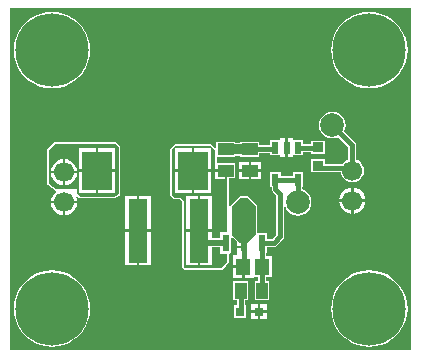
<source format=gtl>
G04*
G04 #@! TF.GenerationSoftware,Altium Limited,Altium Designer,18.1.11 (251)*
G04*
G04 Layer_Physical_Order=1*
G04 Layer_Color=255*
%FSLAX25Y25*%
%MOIN*%
G70*
G01*
G75*
%ADD14R,0.03150X0.03150*%
%ADD15C,0.07874*%
%ADD16R,0.03937X0.05315*%
%ADD17R,0.05118X0.05709*%
%ADD18R,0.02362X0.05512*%
%ADD19R,0.02362X0.02756*%
%ADD20R,0.02362X0.04134*%
%ADD21R,0.10197X0.12756*%
%ADD22R,0.03543X0.03347*%
%ADD23R,0.06496X0.21260*%
%ADD24R,0.05315X0.03937*%
%ADD38C,0.01600*%
%ADD39C,0.02000*%
%ADD40C,0.03200*%
%ADD41C,0.24410*%
%ADD42C,0.06693*%
%ADD43C,0.02953*%
G36*
X135756Y2039D02*
X2039D01*
Y116071D01*
X135756D01*
Y2039D01*
D02*
G37*
%LPC*%
G36*
X121795Y114854D02*
X119802Y114697D01*
X117857Y114231D01*
X116010Y113465D01*
X114304Y112420D01*
X112784Y111122D01*
X111485Y109601D01*
X110440Y107896D01*
X109675Y106048D01*
X109208Y104104D01*
X109051Y102110D01*
X109208Y100117D01*
X109675Y98172D01*
X110440Y96325D01*
X111485Y94620D01*
X112784Y93099D01*
X114304Y91800D01*
X116010Y90755D01*
X117857Y89990D01*
X119802Y89523D01*
X121795Y89366D01*
X123789Y89523D01*
X125733Y89990D01*
X127581Y90755D01*
X129286Y91800D01*
X130807Y93099D01*
X132105Y94620D01*
X133150Y96325D01*
X133916Y98172D01*
X134382Y100117D01*
X134539Y102110D01*
X134382Y104104D01*
X133916Y106048D01*
X133150Y107896D01*
X132105Y109601D01*
X130807Y111122D01*
X129286Y112420D01*
X127581Y113465D01*
X125733Y114231D01*
X123789Y114697D01*
X121795Y114854D01*
D02*
G37*
G36*
X16000D02*
X14006Y114697D01*
X12062Y114231D01*
X10214Y113465D01*
X8509Y112420D01*
X6989Y111122D01*
X5690Y109601D01*
X4645Y107896D01*
X3880Y106048D01*
X3413Y104104D01*
X3256Y102110D01*
X3413Y100117D01*
X3880Y98172D01*
X4645Y96325D01*
X5690Y94620D01*
X6989Y93099D01*
X8509Y91800D01*
X10214Y90755D01*
X12062Y89990D01*
X14006Y89523D01*
X16000Y89366D01*
X17994Y89523D01*
X19938Y89990D01*
X21786Y90755D01*
X23491Y91800D01*
X25011Y93099D01*
X26310Y94620D01*
X27355Y96325D01*
X28120Y98172D01*
X28587Y100117D01*
X28744Y102110D01*
X28587Y104104D01*
X28120Y106048D01*
X27355Y107896D01*
X26310Y109601D01*
X25011Y111122D01*
X23491Y112420D01*
X21786Y113465D01*
X19938Y114231D01*
X17994Y114697D01*
X16000Y114854D01*
D02*
G37*
G36*
X93860Y72697D02*
X92079D01*
Y72197D01*
X88839D01*
Y70412D01*
X85158D01*
Y71555D01*
X78843D01*
Y71228D01*
X77157D01*
Y71555D01*
X70842D01*
Y69864D01*
X70342Y69657D01*
X69383Y70617D01*
X69383Y70617D01*
X69000Y70776D01*
X69000Y70776D01*
X57000D01*
X56617Y70617D01*
X56617Y70617D01*
X55617Y69617D01*
X55459Y69235D01*
X55459Y69235D01*
Y54000D01*
X55617Y53617D01*
X55617Y53617D01*
X56617Y52617D01*
X57000Y52459D01*
X57000Y52459D01*
X58776D01*
X59459Y51776D01*
Y30350D01*
X59459Y29754D01*
X59617Y29371D01*
X59617Y29371D01*
X59971Y29017D01*
X59971Y29017D01*
X60353Y28859D01*
X60354Y28859D01*
X72764D01*
X72805Y28876D01*
X72848Y28865D01*
X72991Y28953D01*
X73146Y29017D01*
X73163Y29058D01*
X73201Y29082D01*
X74838Y31332D01*
X74877Y31495D01*
X74941Y31650D01*
Y34142D01*
X75275Y34642D01*
X75776D01*
Y39522D01*
X76237Y39714D01*
X77819Y38132D01*
Y36920D01*
X80000D01*
Y36120D01*
X77819D01*
Y34142D01*
X77438Y33854D01*
X76291D01*
Y30400D01*
X79850D01*
Y30000D01*
X80250D01*
Y26146D01*
X83409D01*
Y26646D01*
X84675D01*
Y25157D01*
X83531D01*
Y18843D01*
X88468D01*
Y25157D01*
X87326D01*
Y26646D01*
X89209D01*
Y33354D01*
X87231D01*
Y34642D01*
X87587D01*
Y36572D01*
X89898D01*
X90405Y36673D01*
X90835Y36960D01*
X92987Y39113D01*
X93275Y39543D01*
X93375Y40050D01*
Y49744D01*
X93875Y49843D01*
X94124Y49243D01*
X94836Y48316D01*
X95762Y47605D01*
X96842Y47157D01*
X98000Y47005D01*
X99158Y47157D01*
X100238Y47605D01*
X101164Y48316D01*
X101876Y49243D01*
X102323Y50322D01*
X102475Y51480D01*
X102323Y52639D01*
X101876Y53718D01*
X101164Y54645D01*
X100238Y55356D01*
X99326Y55734D01*
Y56433D01*
X99681D01*
Y61567D01*
X96319D01*
Y60325D01*
X92201D01*
Y61567D01*
X88839D01*
Y56433D01*
X89194D01*
Y55870D01*
X89295Y55362D01*
X89582Y54932D01*
X90724Y53790D01*
Y40599D01*
X89349Y39223D01*
X87587D01*
Y41153D01*
X84478D01*
Y50102D01*
X84478Y50102D01*
X84320Y50485D01*
X84320Y50485D01*
X81564Y53241D01*
X81181Y53399D01*
X81181Y53399D01*
X78819D01*
X78819Y53399D01*
X78436Y53241D01*
X78436Y53241D01*
X75680Y50485D01*
X75522Y50102D01*
X75522Y50102D01*
Y41685D01*
X75441Y41660D01*
X74941Y42031D01*
Y58632D01*
Y59531D01*
X77157D01*
Y64468D01*
X70884D01*
Y64950D01*
X70891Y64969D01*
Y66618D01*
X77157D01*
Y66945D01*
X78843D01*
Y66618D01*
X85158D01*
Y67761D01*
X88839D01*
Y67063D01*
X92079D01*
Y66563D01*
X93860D01*
Y69630D01*
Y72697D01*
D02*
G37*
G36*
X96441D02*
X94660D01*
Y69630D01*
Y66563D01*
X96441D01*
Y67063D01*
X99681D01*
Y68342D01*
X102453D01*
Y67532D01*
X106996D01*
Y71879D01*
X102453D01*
Y70993D01*
X99681D01*
Y72197D01*
X96441D01*
Y72697D01*
D02*
G37*
G36*
X109449Y81641D02*
X108291Y81488D01*
X107211Y81041D01*
X106284Y80330D01*
X105573Y79403D01*
X105126Y78324D01*
X104973Y77165D01*
X105126Y76007D01*
X105573Y74928D01*
X106284Y74001D01*
X107211Y73290D01*
X108291Y72843D01*
X109449Y72690D01*
X110607Y72843D01*
X111519Y73220D01*
X114816Y69923D01*
Y65614D01*
X114202Y65360D01*
X113398Y64743D01*
X112926Y64127D01*
X106996D01*
Y65776D01*
X102453D01*
Y61430D01*
X106996D01*
Y61476D01*
X112331D01*
X112394Y60996D01*
X112782Y60060D01*
X113398Y59257D01*
X114202Y58640D01*
X115138Y58253D01*
X116142Y58120D01*
X117146Y58253D01*
X118081Y58640D01*
X118885Y59257D01*
X119502Y60060D01*
X119889Y60996D01*
X120021Y62000D01*
X119889Y63004D01*
X119502Y63940D01*
X118885Y64743D01*
X118081Y65360D01*
X117467Y65614D01*
Y70472D01*
X117366Y70980D01*
X117079Y71410D01*
X113394Y75095D01*
X113772Y76007D01*
X113924Y77165D01*
X113772Y78324D01*
X113324Y79403D01*
X112613Y80330D01*
X111687Y81041D01*
X110607Y81488D01*
X109449Y81641D01*
D02*
G37*
G36*
X85658Y64969D02*
X82400D01*
Y62400D01*
X85658D01*
Y64969D01*
D02*
G37*
G36*
X81600D02*
X78342D01*
Y62400D01*
X81600D01*
Y64969D01*
D02*
G37*
G36*
X85658Y61600D02*
X82400D01*
Y59031D01*
X85658D01*
Y61600D01*
D02*
G37*
G36*
X81600D02*
X78342D01*
Y59031D01*
X81600D01*
Y61600D01*
D02*
G37*
G36*
X17000Y71541D02*
X16617Y71383D01*
Y71383D01*
X14617Y69383D01*
X14459Y69000D01*
X14459Y69000D01*
Y57480D01*
X14479Y57431D01*
X14469Y57378D01*
X14556Y57245D01*
X14617Y57098D01*
X14667Y57077D01*
X14696Y57032D01*
X17019Y55458D01*
X17169Y55427D01*
X17177Y55423D01*
X17289Y55015D01*
X17280Y54872D01*
X16900Y54580D01*
X16203Y53672D01*
X15765Y52615D01*
X15669Y51880D01*
X20000D01*
X24331D01*
X24235Y52615D01*
X23964Y53269D01*
X24403Y53516D01*
X24760Y53027D01*
X24797Y53004D01*
X24814Y52964D01*
X24970Y52899D01*
X25114Y52812D01*
X25156Y52822D01*
X25197Y52805D01*
X36732D01*
X36851Y52855D01*
X36979Y52865D01*
X38515Y53652D01*
X38571Y53718D01*
X38650Y53751D01*
X38700Y53870D01*
X38783Y53968D01*
X38776Y54054D01*
X38809Y54134D01*
Y69903D01*
X38801Y69922D01*
X38807Y69942D01*
X38723Y70111D01*
X38650Y70285D01*
X38631Y70293D01*
X38622Y70312D01*
X37354Y71409D01*
X37175Y71469D01*
X37000Y71541D01*
X17000D01*
X17000Y71541D01*
D02*
G37*
G36*
X116542Y56331D02*
Y52400D01*
X120473D01*
X120376Y53135D01*
X119938Y54192D01*
X119242Y55100D01*
X118334Y55797D01*
X117276Y56235D01*
X116542Y56331D01*
D02*
G37*
G36*
X115742D02*
X115007Y56235D01*
X113950Y55797D01*
X113042Y55100D01*
X112345Y54192D01*
X111907Y53135D01*
X111810Y52400D01*
X115742D01*
Y56331D01*
D02*
G37*
G36*
Y51600D02*
X111810D01*
X111907Y50865D01*
X112345Y49808D01*
X113042Y48900D01*
X113950Y48203D01*
X115007Y47765D01*
X115742Y47669D01*
Y51600D01*
D02*
G37*
G36*
X120473D02*
X116542D01*
Y47669D01*
X117276Y47765D01*
X118334Y48203D01*
X119242Y48900D01*
X119938Y49808D01*
X120376Y50865D01*
X120473Y51600D01*
D02*
G37*
G36*
X24331Y51080D02*
X20400D01*
Y47149D01*
X21135Y47246D01*
X22192Y47684D01*
X23100Y48380D01*
X23797Y49288D01*
X24235Y50346D01*
X24331Y51080D01*
D02*
G37*
G36*
X19600D02*
X15669D01*
X15765Y50346D01*
X16203Y49288D01*
X16900Y48380D01*
X17808Y47684D01*
X18865Y47246D01*
X19600Y47149D01*
Y51080D01*
D02*
G37*
G36*
X48972Y53630D02*
X45124D01*
Y42400D01*
X48972D01*
Y53630D01*
D02*
G37*
G36*
X44324D02*
X40476D01*
Y42400D01*
X44324D01*
Y53630D01*
D02*
G37*
G36*
X48972Y41600D02*
X45124D01*
Y30370D01*
X48972D01*
Y41600D01*
D02*
G37*
G36*
X44324D02*
X40476D01*
Y30370D01*
X44324D01*
Y41600D01*
D02*
G37*
G36*
X79450Y29600D02*
X76291D01*
Y26146D01*
X79450D01*
Y29600D01*
D02*
G37*
G36*
X87575Y17575D02*
X85400D01*
Y15400D01*
X87575D01*
Y17575D01*
D02*
G37*
G36*
X84600D02*
X82425D01*
Y15400D01*
X84600D01*
Y17575D01*
D02*
G37*
G36*
X81382Y25157D02*
X76445D01*
Y18843D01*
X77588D01*
Y17075D01*
X76626D01*
Y12925D01*
X80776D01*
Y17075D01*
X80239D01*
Y18843D01*
X81382D01*
Y25157D01*
D02*
G37*
G36*
X87575Y14600D02*
X85400D01*
Y12425D01*
X87575D01*
Y14600D01*
D02*
G37*
G36*
X84600D02*
X82425D01*
Y12425D01*
X84600D01*
Y14600D01*
D02*
G37*
G36*
X121795Y28744D02*
X119802Y28587D01*
X117857Y28120D01*
X116010Y27355D01*
X114304Y26310D01*
X112784Y25011D01*
X111485Y23491D01*
X110440Y21786D01*
X109675Y19938D01*
X109208Y17994D01*
X109051Y16000D01*
X109208Y14006D01*
X109675Y12062D01*
X110440Y10214D01*
X111485Y8509D01*
X112784Y6989D01*
X114304Y5690D01*
X116010Y4645D01*
X117857Y3880D01*
X119802Y3413D01*
X121795Y3256D01*
X123789Y3413D01*
X125733Y3880D01*
X127581Y4645D01*
X129286Y5690D01*
X130807Y6989D01*
X132105Y8509D01*
X133150Y10214D01*
X133916Y12062D01*
X134382Y14006D01*
X134539Y16000D01*
X134382Y17994D01*
X133916Y19938D01*
X133150Y21786D01*
X132105Y23491D01*
X130807Y25011D01*
X129286Y26310D01*
X127581Y27355D01*
X125733Y28120D01*
X123789Y28587D01*
X121795Y28744D01*
D02*
G37*
G36*
X16000D02*
X14006Y28587D01*
X12062Y28120D01*
X10214Y27355D01*
X8509Y26310D01*
X6989Y25011D01*
X5690Y23491D01*
X4645Y21786D01*
X3880Y19938D01*
X3413Y17994D01*
X3256Y16000D01*
X3413Y14006D01*
X3880Y12062D01*
X4645Y10214D01*
X5690Y8509D01*
X6989Y6989D01*
X8509Y5690D01*
X10214Y4645D01*
X12062Y3880D01*
X14006Y3413D01*
X16000Y3256D01*
X17994Y3413D01*
X19938Y3880D01*
X21786Y4645D01*
X23491Y5690D01*
X25011Y6989D01*
X26310Y8509D01*
X27355Y10214D01*
X28120Y12062D01*
X28587Y14006D01*
X28744Y16000D01*
X28587Y17994D01*
X28120Y19938D01*
X27355Y21786D01*
X26310Y23491D01*
X25011Y25011D01*
X23491Y26310D01*
X21786Y27355D01*
X19938Y28120D01*
X17994Y28587D01*
X16000Y28744D01*
D02*
G37*
%LPD*%
G36*
X70350Y68885D02*
Y64969D01*
X70342D01*
Y62400D01*
X74000D01*
Y62000D01*
X74400D01*
Y58632D01*
Y41653D01*
X71913D01*
Y39427D01*
X69248D01*
Y41600D01*
X65400D01*
Y30370D01*
X69248D01*
Y36368D01*
X71913D01*
Y34142D01*
X74400D01*
Y31650D01*
X72764Y29400D01*
X60353D01*
X60000Y29754D01*
X60000Y30350D01*
Y52000D01*
X59000Y53000D01*
X57000D01*
X56000Y54000D01*
Y69235D01*
X57000Y70235D01*
X69000D01*
X70350Y68885D01*
D02*
G37*
G36*
X83937Y50102D02*
Y40653D01*
X81181Y37898D01*
X78819D01*
X76063Y40653D01*
Y50102D01*
X78819Y52858D01*
X81181D01*
X83937Y50102D01*
D02*
G37*
%LPC*%
G36*
X69083Y69378D02*
X63384D01*
Y62400D01*
X69083D01*
Y69378D01*
D02*
G37*
G36*
X62584D02*
X56886D01*
Y62400D01*
X62584D01*
Y69378D01*
D02*
G37*
G36*
X73600Y61600D02*
X70342D01*
Y59031D01*
X73600D01*
Y61600D01*
D02*
G37*
G36*
X69083D02*
X63384D01*
Y54622D01*
X69083D01*
Y61600D01*
D02*
G37*
G36*
X62584D02*
X56886D01*
Y54622D01*
X62584D01*
Y61600D01*
D02*
G37*
G36*
X69248Y53630D02*
X65400D01*
Y42400D01*
X69248D01*
Y53630D01*
D02*
G37*
G36*
X64600D02*
X60752D01*
Y42400D01*
X64600D01*
Y53630D01*
D02*
G37*
G36*
Y41600D02*
X60752D01*
Y30370D01*
X64600D01*
Y41600D01*
D02*
G37*
%LPD*%
G36*
X38268Y69903D02*
Y54134D01*
X36732Y53347D01*
X25197D01*
X24235Y54663D01*
Y55870D01*
X18779D01*
X17323Y55905D01*
X15000Y57480D01*
Y69000D01*
X17000Y71000D01*
X37000D01*
X38268Y69903D01*
D02*
G37*
%LPC*%
G36*
X37114Y69378D02*
X31416D01*
Y62400D01*
X37114D01*
Y69378D01*
D02*
G37*
G36*
X30616D02*
X24917D01*
Y62400D01*
X30616D01*
Y69378D01*
D02*
G37*
G36*
X20400Y65812D02*
Y61880D01*
X24331D01*
X24235Y62615D01*
X23797Y63672D01*
X23100Y64580D01*
X22192Y65277D01*
X21135Y65715D01*
X20400Y65812D01*
D02*
G37*
G36*
X19600D02*
X18865Y65715D01*
X17808Y65277D01*
X16900Y64580D01*
X16203Y63672D01*
X15765Y62615D01*
X15669Y61880D01*
X19600D01*
Y65812D01*
D02*
G37*
G36*
X24331Y61080D02*
X20400D01*
Y57149D01*
X21135Y57246D01*
X22192Y57684D01*
X23100Y58380D01*
X23797Y59288D01*
X24235Y60346D01*
X24331Y61080D01*
D02*
G37*
G36*
X19600D02*
X15669D01*
X15765Y60346D01*
X16203Y59288D01*
X16900Y58380D01*
X17808Y57684D01*
X18865Y57246D01*
X19600Y57149D01*
Y61080D01*
D02*
G37*
G36*
X37114Y61600D02*
X31416D01*
Y54622D01*
X37114D01*
Y61600D01*
D02*
G37*
G36*
X30616D02*
X24917D01*
Y54622D01*
X30616D01*
Y61600D01*
D02*
G37*
%LPD*%
D14*
X78701Y15000D02*
D03*
X85000D02*
D03*
D15*
X98000Y51480D02*
D03*
X109449Y77165D02*
D03*
D16*
X86000Y22000D02*
D03*
X78913D02*
D03*
D17*
X86150Y30000D02*
D03*
X79850D02*
D03*
D18*
X74094Y37898D02*
D03*
X85905D02*
D03*
D19*
X80000Y36520D02*
D03*
D20*
X98000Y69630D02*
D03*
X94260D02*
D03*
X90520D02*
D03*
Y59000D02*
D03*
X98000D02*
D03*
D21*
X62984Y62000D02*
D03*
X31016D02*
D03*
D22*
X104724Y63603D02*
D03*
Y69706D02*
D03*
D23*
X44724Y42000D02*
D03*
X65000D02*
D03*
D24*
X74000Y69087D02*
D03*
Y62000D02*
D03*
X82000D02*
D03*
Y69087D02*
D03*
D38*
X90520Y55870D02*
Y59000D01*
X98000Y51480D02*
Y59000D01*
X89898Y37898D02*
X92050Y40050D01*
X90520Y55870D02*
X92050Y54339D01*
Y40050D02*
Y54339D01*
X90520Y59000D02*
X98000D01*
X109449Y77165D02*
X116142Y70472D01*
Y62000D02*
Y70472D01*
X104724Y63603D02*
X105526Y62802D01*
X115340D01*
X116142Y62000D01*
X98000Y69630D02*
X98038Y69668D01*
X104687D01*
X104724Y69706D01*
X85905Y37898D02*
X89898D01*
X86000Y22000D02*
Y30150D01*
X89976Y69087D02*
X90520Y69630D01*
X82000Y69087D02*
X89976D01*
X78701Y15000D02*
X78913Y15213D01*
Y22000D01*
X85905Y30244D02*
X86000Y30150D01*
X85905Y30244D02*
Y37898D01*
X79850Y30000D02*
X80000Y30150D01*
Y36520D01*
D39*
X64950Y37500D02*
X65348Y37898D01*
X74094D01*
D40*
X74000Y69087D02*
X82000D01*
D41*
X16000Y16000D02*
D03*
X121795D02*
D03*
Y102110D02*
D03*
X16000D02*
D03*
D42*
X116142Y52000D02*
D03*
Y62000D02*
D03*
X20000Y61480D02*
D03*
Y51480D02*
D03*
D43*
X73600Y26146D02*
D03*
X85000Y10214D02*
D03*
X12062Y51480D02*
D03*
X123789Y52000D02*
D03*
X94260Y75095D02*
D03*
X82000Y56693D02*
D03*
X130000Y80000D02*
D03*
Y40000D02*
D03*
X100000Y100000D02*
D03*
X110000Y40000D02*
D03*
X100000Y20000D02*
D03*
X80000Y100000D02*
D03*
X90000Y80000D02*
D03*
X60000Y100000D02*
D03*
X70000Y80000D02*
D03*
X60000Y20000D02*
D03*
X40000Y100000D02*
D03*
X50000Y80000D02*
D03*
X40000Y20000D02*
D03*
X30000Y80000D02*
D03*
Y40000D02*
D03*
M02*

</source>
